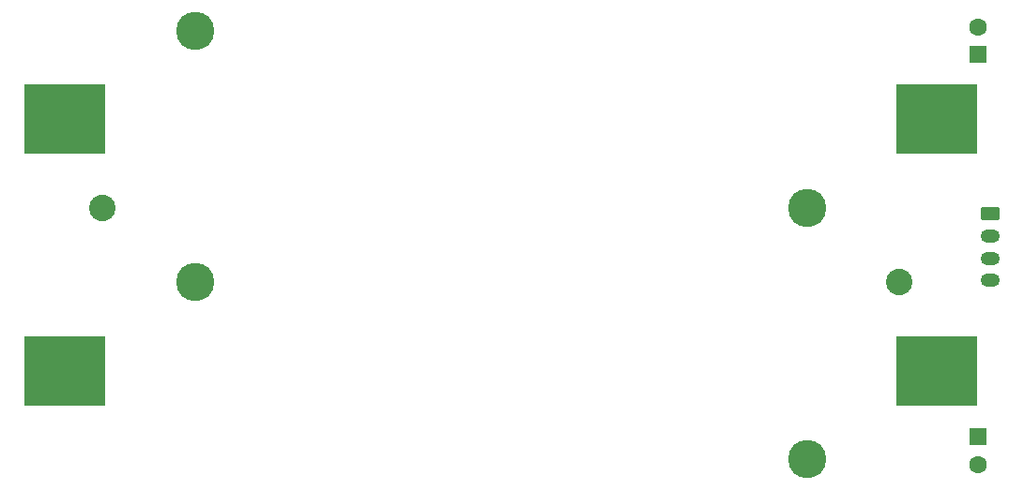
<source format=gbr>
G04 #@! TF.GenerationSoftware,KiCad,Pcbnew,(6.0.0)*
G04 #@! TF.CreationDate,2022-01-15T11:07:55-08:00*
G04 #@! TF.ProjectId,5V Buck Converter,35562042-7563-46b2-9043-6f6e76657274,rev?*
G04 #@! TF.SameCoordinates,Original*
G04 #@! TF.FileFunction,Soldermask,Bot*
G04 #@! TF.FilePolarity,Negative*
%FSLAX46Y46*%
G04 Gerber Fmt 4.6, Leading zero omitted, Abs format (unit mm)*
G04 Created by KiCad (PCBNEW (6.0.0)) date 2022-01-15 11:07:55*
%MOMM*%
%LPD*%
G01*
G04 APERTURE LIST*
G04 Aperture macros list*
%AMRoundRect*
0 Rectangle with rounded corners*
0 $1 Rounding radius*
0 $2 $3 $4 $5 $6 $7 $8 $9 X,Y pos of 4 corners*
0 Add a 4 corners polygon primitive as box body*
4,1,4,$2,$3,$4,$5,$6,$7,$8,$9,$2,$3,0*
0 Add four circle primitives for the rounded corners*
1,1,$1+$1,$2,$3*
1,1,$1+$1,$4,$5*
1,1,$1+$1,$6,$7*
1,1,$1+$1,$8,$9*
0 Add four rect primitives between the rounded corners*
20,1,$1+$1,$2,$3,$4,$5,0*
20,1,$1+$1,$4,$5,$6,$7,0*
20,1,$1+$1,$6,$7,$8,$9,0*
20,1,$1+$1,$8,$9,$2,$3,0*%
G04 Aperture macros list end*
%ADD10RoundRect,0.250000X-0.625000X0.350000X-0.625000X-0.350000X0.625000X-0.350000X0.625000X0.350000X0*%
%ADD11O,1.750000X1.200000*%
%ADD12R,1.600000X1.600000*%
%ADD13C,1.600000*%
%ADD14C,3.450000*%
%ADD15C,2.390000*%
%ADD16R,7.340000X6.350000*%
G04 APERTURE END LIST*
D10*
X104927400Y-66598800D03*
D11*
X104927400Y-68598800D03*
X104927400Y-70598800D03*
X104927400Y-72598800D03*
D12*
X103835200Y-86766400D03*
D13*
X103835200Y-89266400D03*
D12*
X103835200Y-52222400D03*
D13*
X103835200Y-49722400D03*
D14*
X33233000Y-72772000D03*
D15*
X96763000Y-72772000D03*
D14*
X88433000Y-88772000D03*
D16*
X100163000Y-80772000D03*
X21503000Y-80772000D03*
D14*
X88433000Y-66062000D03*
D15*
X24903000Y-66062000D03*
D14*
X33233000Y-50062000D03*
D16*
X21503000Y-58062000D03*
X100163000Y-58062000D03*
M02*

</source>
